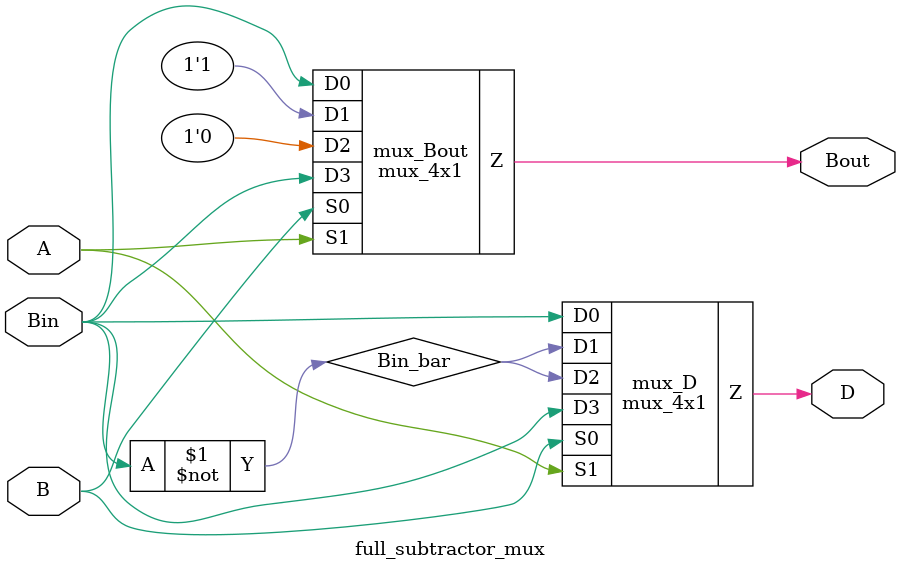
<source format=v>
module mux_4x1 (
    output reg Z,
    input D0, D1, D2, D3,
    input S0, S1
);

always @(D0 or D1 or D2 or D3 or S0 or S1) 
begin case ({S1, S0})
        2'b00: Z = D0;
        2'b01: Z = D1;
        2'b10: Z = D2;
        2'b11: Z = D3;
        default: Z = 1'bx;
    endcase
end

endmodule


module full_subtractor_mux (
    output D, Bout,
    input A, B, Bin
);

wire Bin_bar;
assign Bin_bar = ~Bin;

// Mux for Difference (D) output
mux_4x1 mux_D (
    .Z(D),
    .D0(Bin),       
    .D1(Bin_bar),   
    .D2(Bin_bar),   
    .D3(Bin),       
    .S0(B),
    .S1(A)
);

// Mux for Borrow Out (Bout) output
mux_4x1 mux_Bout (
    .Z(Bout),
    .D0(Bin),     
    .D1(1'b1),    
    .D2(1'b0),   
    .D3(Bin),     
    .S0(B),
    .S1(A)
);

endmodule
</source>
